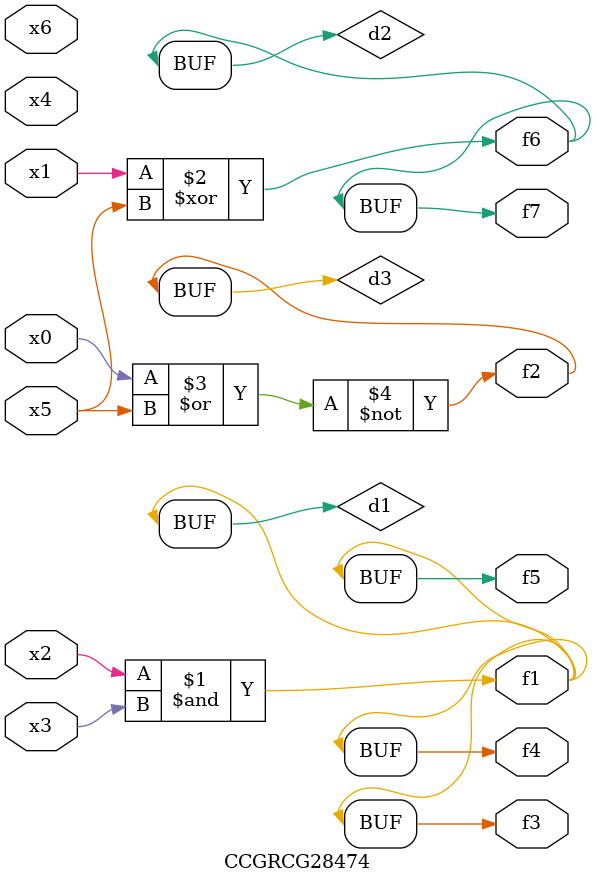
<source format=v>
module CCGRCG28474(
	input x0, x1, x2, x3, x4, x5, x6,
	output f1, f2, f3, f4, f5, f6, f7
);

	wire d1, d2, d3;

	and (d1, x2, x3);
	xor (d2, x1, x5);
	nor (d3, x0, x5);
	assign f1 = d1;
	assign f2 = d3;
	assign f3 = d1;
	assign f4 = d1;
	assign f5 = d1;
	assign f6 = d2;
	assign f7 = d2;
endmodule

</source>
